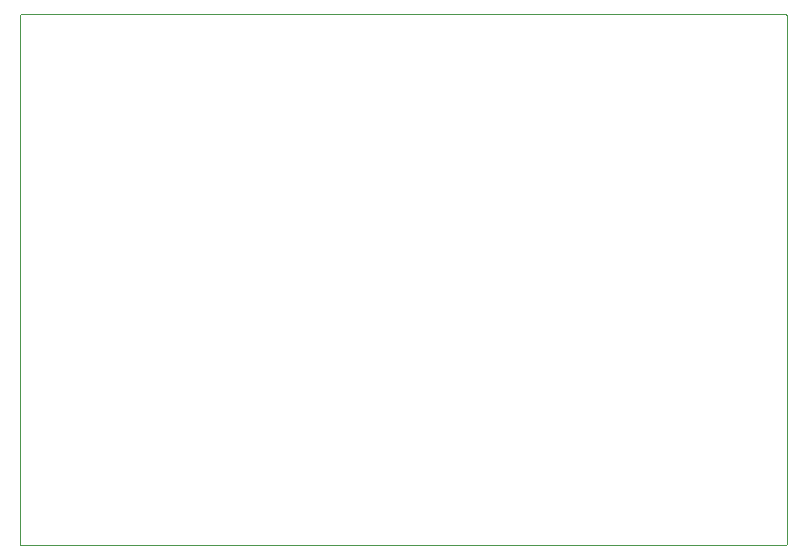
<source format=gbr>
%TF.GenerationSoftware,KiCad,Pcbnew,7.0.0-da2b9df05c~171~ubuntu22.04.1*%
%TF.CreationDate,2023-03-03T15:29:18-08:00*%
%TF.ProjectId,CAD,4341442e-6b69-4636-9164-5f7063625858,rev?*%
%TF.SameCoordinates,Original*%
%TF.FileFunction,Profile,NP*%
%FSLAX46Y46*%
G04 Gerber Fmt 4.6, Leading zero omitted, Abs format (unit mm)*
G04 Created by KiCad (PCBNEW 7.0.0-da2b9df05c~171~ubuntu22.04.1) date 2023-03-03 15:29:18*
%MOMM*%
%LPD*%
G01*
G04 APERTURE LIST*
%TA.AperFunction,Profile*%
%ADD10C,0.050000*%
%TD*%
G04 APERTURE END LIST*
D10*
X107000000Y-85750000D02*
X107000000Y-130250000D01*
X171926777Y-85573223D02*
X171888893Y-85542133D01*
X107073223Y-85573223D02*
X107042133Y-85611107D01*
X107250000Y-130500000D02*
X171750000Y-130500000D01*
X171980970Y-130345671D02*
X171995196Y-130298773D01*
X171995196Y-130298773D02*
X172000000Y-130250000D01*
X171845671Y-85519030D02*
X171798773Y-85504804D01*
X171888893Y-130457867D02*
X171926777Y-130426777D01*
X172000000Y-130250000D02*
X172000000Y-85750000D01*
X171888893Y-85542133D02*
X171845671Y-85519030D01*
X107201227Y-130495196D02*
X107250000Y-130500000D01*
X171957867Y-85611107D02*
X171926777Y-85573223D01*
X171798773Y-85504804D02*
X171750000Y-85500000D01*
X107019030Y-130345671D02*
X107042133Y-130388893D01*
X171926777Y-130426777D02*
X171957867Y-130388893D01*
X107111107Y-130457867D02*
X107154329Y-130480970D01*
X107042133Y-85611107D02*
X107019030Y-85654329D01*
X172000000Y-85750000D02*
X171995196Y-85701227D01*
X107000000Y-130250000D02*
X107004804Y-130298773D01*
X171980970Y-85654329D02*
X171957867Y-85611107D01*
X171957867Y-130388893D02*
X171980970Y-130345671D01*
X107111107Y-85542133D02*
X107073223Y-85573223D01*
X107154329Y-85519030D02*
X107111107Y-85542133D01*
X171995196Y-85701227D02*
X171980970Y-85654329D01*
X171750000Y-85500000D02*
X107250000Y-85500000D01*
X107042133Y-130388893D02*
X107073223Y-130426777D01*
X171845671Y-130480970D02*
X171888893Y-130457867D01*
X107004804Y-130298773D02*
X107019030Y-130345671D01*
X107073223Y-130426777D02*
X107111107Y-130457867D01*
X107004804Y-85701227D02*
X107000000Y-85750000D01*
X107019030Y-85654329D02*
X107004804Y-85701227D01*
X107250000Y-85500000D02*
X107201227Y-85504804D01*
X107201227Y-85504804D02*
X107154329Y-85519030D01*
X107154329Y-130480970D02*
X107201227Y-130495196D01*
X171750000Y-130500000D02*
X171798773Y-130495196D01*
X171798773Y-130495196D02*
X171845671Y-130480970D01*
M02*

</source>
